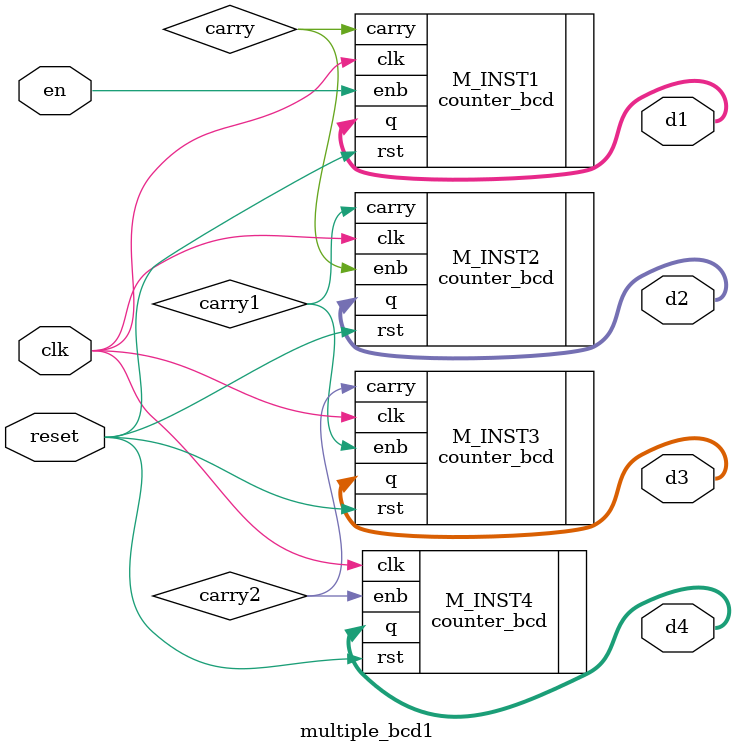
<source format=sv>
`timescale 1ns / 1ps

module multiple_bcd1(input logic en, reset,clk,
                    output logic [3:0] d1,d2,d3,d4 
                    );
                    
                    logic carry;
                    logic carry1;
                    logic carry2;


counter_bcd M_INST1 (.rst(reset), .enb(en), .clk(clk), .q(d1), .carry(carry));
counter_bcd M_INST2 (.rst(reset), .enb(carry), .clk(clk), .q(d2), .carry(carry1));
counter_bcd M_INST3 (.rst(reset), .enb(carry1), .clk(clk), .q(d3), .carry(carry2));
counter_bcd M_INST4 (.rst(reset), .enb(carry2), .clk(clk), .q(d4));


endmodule

</source>
